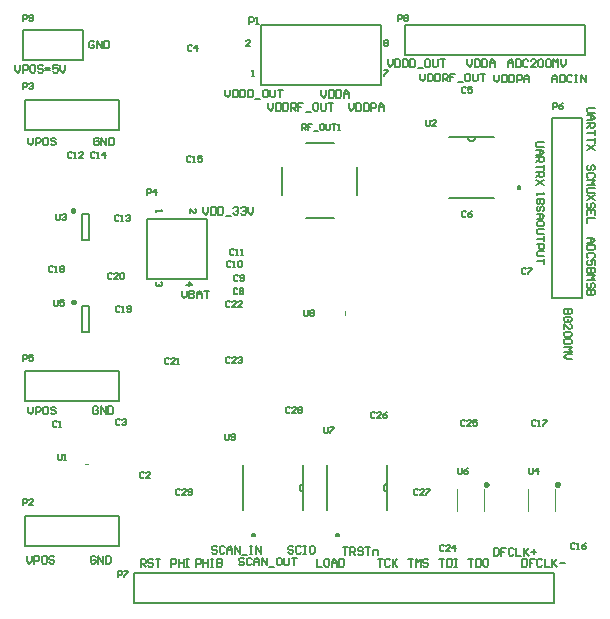
<source format=gto>
%FSDAX24Y24*%
%MOIN*%
%SFA1B1*%

%IPPOS*%
%ADD10C,0.000000*%
%ADD11C,0.009800*%
%ADD12C,0.006000*%
%ADD13C,0.010000*%
%ADD14C,0.007900*%
%ADD15C,0.001000*%
%ADD16C,0.003900*%
%ADD17C,0.005000*%
%LNee194_yesdig_pcb-1*%
%LPD*%
G54D10*
X029385Y024929D02*
D01*
X029392Y024925*
X029401Y024923*
X029409Y024921*
X029417Y024919*
X029426Y024918*
X029434Y024918*
X029443Y024918*
X029451Y024919*
X029460Y024921*
X029468Y024923*
X029476Y024925*
X029484Y024928*
X029485Y024929*
G54D11*
X029033Y033369D02*
D01*
X029032Y033372*
X029032Y033375*
X029031Y033379*
X029031Y033382*
X029030Y033385*
X029028Y033388*
X029027Y033392*
X029025Y033394*
X029023Y033397*
X029021Y033400*
X029019Y033403*
X029016Y033405*
X029014Y033407*
X029011Y033409*
X029008Y033411*
X029005Y033413*
X029002Y033414*
X028999Y033415*
X028995Y033416*
X028992Y033417*
X028989Y033417*
X028985Y033417*
X028982*
X028978Y033417*
X028975Y033417*
X028972Y033416*
X028968Y033415*
X028965Y033414*
X028962Y033413*
X028959Y033411*
X028956Y033409*
X028953Y033407*
X028951Y033405*
X028948Y033403*
X028946Y033400*
X028944Y033397*
X028942Y033394*
X028940Y033392*
X028939Y033388*
X028937Y033385*
X028936Y033382*
X028936Y033379*
X028935Y033375*
X028935Y033372*
X028935Y033369*
X028935Y033365*
X028935Y033362*
X028936Y033358*
X028936Y033355*
X028937Y033352*
X028939Y033349*
X028940Y033345*
X028942Y033343*
X028944Y033340*
X028946Y033337*
X028948Y033334*
X028951Y033332*
X028953Y033330*
X028956Y033328*
X028959Y033326*
X028962Y033324*
X028965Y033323*
X028968Y033322*
X028972Y033321*
X028975Y033320*
X028978Y033320*
X028982Y033320*
X028985*
X028989Y033320*
X028992Y033320*
X028995Y033321*
X028999Y033322*
X029002Y033323*
X029005Y033324*
X029008Y033326*
X029011Y033328*
X029014Y033330*
X029016Y033332*
X029019Y033334*
X029021Y033337*
X029023Y033340*
X029025Y033343*
X029027Y033345*
X029028Y033349*
X029030Y033352*
X029031Y033355*
X029031Y033358*
X029032Y033362*
X029032Y033365*
X029033Y033369*
X029052Y030322D02*
D01*
X029051Y030325*
X029051Y030328*
X029050Y030332*
X029050Y030335*
X029049Y030338*
X029047Y030341*
X029046Y030345*
X029044Y030347*
X029042Y030350*
X029040Y030353*
X029038Y030356*
X029035Y030358*
X029033Y030360*
X029030Y030362*
X029027Y030364*
X029024Y030366*
X029021Y030367*
X029018Y030368*
X029014Y030369*
X029011Y030370*
X029008Y030370*
X029004Y030370*
X029001*
X028997Y030370*
X028994Y030370*
X028991Y030369*
X028987Y030368*
X028984Y030367*
X028981Y030366*
X028978Y030364*
X028975Y030362*
X028972Y030360*
X028970Y030358*
X028967Y030356*
X028965Y030353*
X028963Y030350*
X028961Y030347*
X028959Y030345*
X028958Y030341*
X028956Y030338*
X028955Y030335*
X028955Y030332*
X028954Y030328*
X028954Y030325*
X028954Y030322*
X028954Y030318*
X028954Y030315*
X028955Y030311*
X028955Y030308*
X028956Y030305*
X028958Y030302*
X028959Y030298*
X028961Y030296*
X028963Y030293*
X028965Y030290*
X028967Y030287*
X028970Y030285*
X028972Y030283*
X028975Y030281*
X028978Y030279*
X028981Y030277*
X028984Y030276*
X028987Y030275*
X028991Y030274*
X028994Y030273*
X028997Y030273*
X029001Y030273*
X029004*
X029008Y030273*
X029011Y030273*
X029014Y030274*
X029018Y030275*
X029021Y030276*
X029024Y030277*
X029027Y030279*
X029030Y030281*
X029033Y030283*
X029035Y030285*
X029038Y030287*
X029040Y030290*
X029042Y030293*
X029044Y030296*
X029046Y030298*
X029047Y030302*
X029049Y030305*
X029050Y030308*
X029050Y030311*
X029051Y030315*
X029051Y030318*
X029052Y030322*
G54D12*
X042149Y035808D02*
D01*
X042149Y035799*
X042150Y035791*
X042151Y035783*
X042153Y035774*
X042156Y035766*
X042159Y035759*
X042163Y035751*
X042167Y035744*
X042171Y035737*
X042177Y035730*
X042182Y035724*
X042188Y035718*
X042195Y035713*
X042201Y035708*
X042209Y035704*
X042216Y035700*
X042224Y035696*
X042231Y035693*
X042239Y035691*
X042248Y035689*
X042256Y035688*
X042264Y035688*
X042273*
X042281Y035688*
X042289Y035689*
X042298Y035691*
X042306Y035693*
X042313Y035696*
X042321Y035700*
X042329Y035704*
X042336Y035708*
X042342Y035713*
X042349Y035718*
X042355Y035724*
X042360Y035730*
X042366Y035737*
X042370Y035744*
X042374Y035751*
X042378Y035759*
X042381Y035766*
X042384Y035774*
X042386Y035783*
X042387Y035791*
X042388Y035799*
X042389Y035808*
X036659Y024254D02*
D01*
X036650Y024253*
X036642Y024252*
X036634Y024251*
X036625Y024249*
X036617Y024246*
X036610Y024243*
X036602Y024239*
X036595Y024235*
X036588Y024231*
X036581Y024225*
X036575Y024220*
X036569Y024214*
X036564Y024207*
X036559Y024201*
X036555Y024194*
X036551Y024186*
X036547Y024178*
X036544Y024171*
X036542Y024163*
X036540Y024154*
X036539Y024146*
X036539Y024138*
Y024129*
X036539Y024121*
X036540Y024113*
X036542Y024104*
X036544Y024096*
X036547Y024089*
X036551Y024081*
X036555Y024074*
X036559Y024066*
X036564Y024060*
X036569Y024053*
X036575Y024047*
X036581Y024042*
X036588Y024036*
X036595Y024032*
X036602Y024028*
X036610Y024024*
X036617Y024021*
X036625Y024018*
X036634Y024016*
X036642Y024015*
X036650Y024014*
X036659Y024014*
X039454Y024254D02*
D01*
X039445Y024253*
X039437Y024252*
X039429Y024251*
X039420Y024249*
X039412Y024246*
X039405Y024243*
X039397Y024239*
X039390Y024235*
X039383Y024231*
X039376Y024225*
X039370Y024220*
X039364Y024214*
X039359Y024207*
X039354Y024201*
X039350Y024194*
X039346Y024186*
X039342Y024178*
X039339Y024171*
X039337Y024163*
X039335Y024154*
X039334Y024146*
X039334Y024138*
Y024129*
X039334Y024121*
X039335Y024113*
X039337Y024104*
X039339Y024096*
X039342Y024089*
X039346Y024081*
X039350Y024074*
X039354Y024066*
X039359Y024060*
X039364Y024053*
X039370Y024047*
X039376Y024042*
X039383Y024036*
X039390Y024032*
X039397Y024028*
X039405Y024024*
X039412Y024021*
X039420Y024018*
X039429Y024016*
X039437Y024015*
X039445Y024014*
X039454Y024014*
X041528Y033798D02*
X043011D01*
X041528Y035808D02*
X043011D01*
X034649Y023392D02*
Y024875D01*
X036659Y023392D02*
Y024875D01*
X039454Y023392D02*
Y024875D01*
X037444Y023392D02*
Y024875D01*
G54D13*
X042802Y024242D02*
D01*
X042801Y024245*
X042801Y024248*
X042800Y024252*
X042800Y024255*
X042798Y024259*
X042797Y024262*
X042796Y024265*
X042794Y024268*
X042792Y024271*
X042790Y024274*
X042787Y024276*
X042785Y024279*
X042782Y024281*
X042779Y024283*
X042777Y024285*
X042773Y024286*
X042770Y024288*
X042767Y024289*
X042764Y024290*
X042760Y024291*
X042757Y024291*
X042753Y024291*
X042750*
X042746Y024291*
X042743Y024291*
X042739Y024290*
X042736Y024289*
X042733Y024288*
X042730Y024286*
X042727Y024285*
X042724Y024283*
X042721Y024281*
X042718Y024279*
X042716Y024276*
X042713Y024274*
X042711Y024271*
X042709Y024268*
X042707Y024265*
X042706Y024262*
X042705Y024259*
X042703Y024255*
X042703Y024252*
X042702Y024248*
X042702Y024245*
X042702Y024242*
X042702Y024238*
X042702Y024235*
X042703Y024231*
X042703Y024228*
X042705Y024224*
X042706Y024221*
X042707Y024218*
X042709Y024215*
X042711Y024212*
X042713Y024209*
X042716Y024207*
X042718Y024204*
X042721Y024202*
X042724Y024200*
X042727Y024198*
X042730Y024197*
X042733Y024195*
X042736Y024194*
X042739Y024193*
X042743Y024192*
X042746Y024192*
X042750Y024192*
X042753*
X042757Y024192*
X042760Y024192*
X042764Y024193*
X042767Y024194*
X042770Y024195*
X042773Y024197*
X042777Y024198*
X042779Y024200*
X042782Y024202*
X042785Y024204*
X042787Y024207*
X042790Y024209*
X042792Y024212*
X042794Y024215*
X042796Y024218*
X042797Y024221*
X042798Y024224*
X042800Y024228*
X042800Y024231*
X042801Y024235*
X042801Y024238*
X042802Y024242*
X045184D02*
D01*
X045183Y024245*
X045183Y024248*
X045182Y024252*
X045182Y024255*
X045180Y024259*
X045179Y024262*
X045178Y024265*
X045176Y024268*
X045174Y024271*
X045172Y024274*
X045169Y024276*
X045167Y024279*
X045164Y024281*
X045161Y024283*
X045159Y024285*
X045155Y024286*
X045152Y024288*
X045149Y024289*
X045146Y024290*
X045142Y024291*
X045139Y024291*
X045135Y024291*
X045132*
X045128Y024291*
X045125Y024291*
X045121Y024290*
X045118Y024289*
X045115Y024288*
X045112Y024286*
X045109Y024285*
X045106Y024283*
X045103Y024281*
X045100Y024279*
X045098Y024276*
X045095Y024274*
X045093Y024271*
X045091Y024268*
X045089Y024265*
X045088Y024262*
X045087Y024259*
X045085Y024255*
X045085Y024252*
X045084Y024248*
X045084Y024245*
X045084Y024242*
X045084Y024238*
X045084Y024235*
X045085Y024231*
X045085Y024228*
X045087Y024224*
X045088Y024221*
X045089Y024218*
X045091Y024215*
X045093Y024212*
X045095Y024209*
X045098Y024207*
X045100Y024204*
X045103Y024202*
X045106Y024200*
X045109Y024198*
X045112Y024197*
X045115Y024195*
X045118Y024194*
X045121Y024193*
X045125Y024192*
X045128Y024192*
X045132Y024192*
X045135*
X045139Y024192*
X045142Y024192*
X045146Y024193*
X045149Y024194*
X045152Y024195*
X045155Y024197*
X045159Y024198*
X045161Y024200*
X045164Y024202*
X045167Y024204*
X045169Y024207*
X045172Y024209*
X045174Y024212*
X045176Y024215*
X045178Y024218*
X045179Y024221*
X045180Y024224*
X045182Y024228*
X045182Y024231*
X045183Y024235*
X045183Y024238*
X045184Y024242*
G54D14*
X029506Y032385D02*
Y033251D01*
X029269Y032385D02*
Y033251D01*
Y032385D02*
X029506D01*
X029269Y033251D02*
X029506D01*
X029525Y029337D02*
Y030204D01*
X029289Y029337D02*
Y030204D01*
Y029337D02*
X029525D01*
X029289Y030204D02*
X029525D01*
X031006Y020287D02*
Y021287D01*
X045006*
Y020287D02*
Y021287D01*
X044256Y020287D02*
X045006D01*
X031006D02*
X044256D01*
X036742Y035616D02*
X037672D01*
X035957Y033901D02*
Y034831D01*
X036742Y033116D02*
X037672D01*
X038457Y033901D02*
Y034831D01*
X040053Y038555D02*
X046053D01*
X040053Y039555D02*
X046053D01*
X040053Y038555D02*
Y039555D01*
X046053Y038555D02*
Y039555D01*
X039257Y037555D02*
Y039555D01*
X035257Y037555D02*
Y039555D01*
X039257*
X035257Y037555D02*
X039257D01*
X033449Y031098D02*
Y033098D01*
X031449D02*
X033449D01*
X031449Y031098D02*
X033449D01*
X031449D02*
Y033098D01*
X044957Y030453D02*
X045957D01*
X044957Y036453D02*
X045957D01*
Y030453D02*
Y036453D01*
X044957Y030453D02*
Y036453D01*
X030521Y027020D02*
Y028020D01*
X027372Y027020D02*
X030521D01*
X027372D02*
Y028020D01*
X030521*
Y022200D02*
Y023200D01*
X027372Y022200D02*
X030521D01*
X027372D02*
Y023200D01*
X030521*
Y036071D02*
Y037071D01*
X027372Y036071D02*
X030521D01*
X027372D02*
Y037071D01*
X030521*
X029313Y038398D02*
Y039398D01*
X027313Y038398D02*
X029313D01*
X027313D02*
Y039398D01*
X029313*
G54D15*
X038067Y029893D02*
Y030013D01*
G54D16*
X042683Y023346D02*
Y024075D01*
X041777Y023346D02*
Y024075D01*
X045065Y023346D02*
Y024075D01*
X044159Y023346D02*
Y024075D01*
G54D17*
X027060Y038221D02*
Y038054D01*
X027143Y037971*
X027227Y038054*
Y038221*
X027310Y037971D02*
Y038221D01*
X027435*
X027477Y038179*
Y038096*
X027435Y038054*
X027310*
X027685Y038221D02*
X027601D01*
X027560Y038179*
Y038013*
X027601Y037971*
X027685*
X027726Y038013*
Y038179*
X027685Y038221*
X027976Y038179D02*
X027935Y038221D01*
X027851*
X027810Y038179*
Y038138*
X027851Y038096*
X027935*
X027976Y038054*
Y038013*
X027935Y037971*
X027851*
X027810Y038013*
X028060Y038054D02*
X028226D01*
X028060Y038138D02*
X028226D01*
X028476Y038221D02*
X028310D01*
Y038096*
X028393Y038138*
X028435*
X028476Y038096*
Y038013*
X028435Y037971*
X028351*
X028310Y038013*
X028560Y038221D02*
Y038054D01*
X028643Y037971*
X028726Y038054*
Y038221*
X033329Y033481D02*
Y033314D01*
X033412Y033231*
X033496Y033314*
Y033481*
X033579D02*
Y033231D01*
X033704*
X033746Y033273*
Y033439*
X033704Y033481*
X033579*
X033829D02*
Y033231D01*
X033954*
X033995Y033273*
Y033439*
X033954Y033481*
X033829*
X034079Y033189D02*
X034245D01*
X034329Y033439D02*
X034370Y033481D01*
X034454*
X034495Y033439*
Y033398*
X034454Y033356*
X034412*
X034454*
X034495Y033314*
Y033273*
X034454Y033231*
X034370*
X034329Y033273*
X034579Y033439D02*
X034620Y033481D01*
X034704*
X034745Y033439*
Y033398*
X034704Y033356*
X034662*
X034704*
X034745Y033314*
Y033273*
X034704Y033231*
X034620*
X034579Y033273*
X034829Y033481D02*
Y033314D01*
X034912Y033231*
X034995Y033314*
Y033481*
X032614Y030703D02*
Y030536D01*
X032697Y030453*
X032781Y030536*
Y030703*
X032864D02*
Y030453D01*
X032989*
X033031Y030495*
Y030536*
X032989Y030578*
X032864*
X032989*
X033031Y030620*
Y030661*
X032989Y030703*
X032864*
X033114Y030453D02*
Y030620D01*
X033197Y030703*
X033280Y030620*
Y030453*
Y030578*
X033114*
X033364Y030703D02*
X033530D01*
X033447*
Y030453*
X029741Y021813D02*
X029699Y021855D01*
X029616*
X029574Y021813*
Y021647*
X029616Y021605*
X029699*
X029741Y021647*
Y021730*
X029657*
X029824Y021605D02*
Y021855D01*
X029991Y021605*
Y021855*
X030074D02*
Y021605D01*
X030199*
X030240Y021647*
Y021813*
X030199Y021855*
X030074*
X029823Y026801D02*
X029781Y026843D01*
X029698*
X029656Y026801*
Y026635*
X029698Y026593*
X029781*
X029823Y026635*
Y026718*
X029739*
X029906Y026593D02*
Y026843D01*
X030073Y026593*
Y026843*
X030156D02*
Y026593D01*
X030281*
X030322Y026635*
Y026801*
X030281Y026843*
X030156*
X029849Y035762D02*
X029807Y035804D01*
X029724*
X029682Y035762*
Y035596*
X029724Y035554*
X029807*
X029849Y035596*
Y035679*
X029765*
X029932Y035554D02*
Y035804D01*
X030099Y035554*
Y035804*
X030182D02*
Y035554D01*
X030307*
X030348Y035596*
Y035762*
X030307Y035804*
X030182*
X027444Y021855D02*
Y021688D01*
X027527Y021605*
X027611Y021688*
Y021855*
X027694Y021605D02*
Y021855D01*
X027819*
X027861Y021813*
Y021730*
X027819Y021688*
X027694*
X028069Y021855D02*
X027985D01*
X027944Y021813*
Y021647*
X027985Y021605*
X028069*
X028110Y021647*
Y021813*
X028069Y021855*
X028360Y021813D02*
X028319Y021855D01*
X028235*
X028194Y021813*
Y021772*
X028235Y021730*
X028319*
X028360Y021688*
Y021647*
X028319Y021605*
X028235*
X028194Y021647*
X027485Y026831D02*
Y026664D01*
X027568Y026581*
X027652Y026664*
Y026831*
X027735Y026581D02*
Y026831D01*
X027860*
X027902Y026789*
Y026706*
X027860Y026664*
X027735*
X028110Y026831D02*
X028026D01*
X027985Y026789*
Y026623*
X028026Y026581*
X028110*
X028151Y026623*
Y026789*
X028110Y026831*
X028401Y026789D02*
X028360Y026831D01*
X028276*
X028235Y026789*
Y026748*
X028276Y026706*
X028360*
X028401Y026664*
Y026623*
X028360Y026581*
X028276*
X028235Y026623*
X027488Y035804D02*
Y035637D01*
X027571Y035554*
X027655Y035637*
Y035804*
X027738Y035554D02*
Y035804D01*
X027863*
X027905Y035762*
Y035679*
X027863Y035637*
X027738*
X028113Y035804D02*
X028029D01*
X027988Y035762*
Y035596*
X028029Y035554*
X028113*
X028154Y035596*
Y035762*
X028113Y035804*
X028404Y035762D02*
X028363Y035804D01*
X028279*
X028238Y035762*
Y035721*
X028279Y035679*
X028363*
X028404Y035637*
Y035596*
X028363Y035554*
X028279*
X028238Y035596*
X043959Y021750D02*
Y021500D01*
X044084*
X044126Y021542*
Y021709*
X044084Y021750*
X043959*
X044376D02*
X044209D01*
Y021625*
X044292*
X044209*
Y021500*
X044625Y021709D02*
X044584Y021750D01*
X044500*
X044459Y021709*
Y021542*
X044500Y021500*
X044584*
X044625Y021542*
X044709Y021750D02*
Y021500D01*
X044875*
X044959Y021750D02*
Y021500D01*
Y021584*
X045125Y021750*
X045000Y021625*
X045125Y021500*
X045209Y021625D02*
X045375D01*
X043008Y022122D02*
Y021872D01*
X043133*
X043175Y021914*
Y022080*
X043133Y022122*
X043008*
X043425D02*
X043258D01*
Y021997*
X043341*
X043258*
Y021872*
X043674Y022080D02*
X043633Y022122D01*
X043549*
X043508Y022080*
Y021914*
X043549Y021872*
X043633*
X043674Y021914*
X043758Y022122D02*
Y021872D01*
X043924*
X044008Y022122D02*
Y021872D01*
Y021955*
X044174Y022122*
X044049Y021997*
X044174Y021872*
X044258Y021997D02*
X044424D01*
X044341Y022080D02*
Y021914D01*
X042165Y021750D02*
X042332D01*
X042248*
Y021500*
X042415Y021750D02*
Y021500D01*
X042540*
X042582Y021542*
Y021709*
X042540Y021750*
X042415*
X042790D02*
X042706D01*
X042665Y021709*
Y021542*
X042706Y021500*
X042790*
X042831Y021542*
Y021709*
X042790Y021750*
X041197D02*
X041364D01*
X041280*
Y021500*
X041447Y021750D02*
Y021500D01*
X041572*
X041614Y021542*
Y021709*
X041572Y021750*
X041447*
X041697D02*
X041780D01*
X041738*
Y021500*
X041697*
X041780*
X040156Y021750D02*
X040323D01*
X040239*
Y021500*
X040406D02*
Y021750D01*
X040489Y021667*
X040573Y021750*
Y021500*
X040822Y021709D02*
X040781Y021750D01*
X040697*
X040656Y021709*
Y021667*
X040697Y021625*
X040781*
X040822Y021584*
Y021542*
X040781Y021500*
X040697*
X040656Y021542*
X039134Y021750D02*
X039301D01*
X039217*
Y021500*
X039551Y021709D02*
X039509Y021750D01*
X039426*
X039384Y021709*
Y021542*
X039426Y021500*
X039509*
X039551Y021542*
X039634Y021750D02*
Y021500D01*
Y021584*
X039800Y021750*
X039675Y021625*
X039800Y021500*
X037983Y022146D02*
X038150D01*
X038066*
Y021896*
X038233D02*
Y022146D01*
X038358*
X038400Y022104*
Y022021*
X038358Y021979*
X038233*
X038316D02*
X038400Y021896D01*
X038649Y022104D02*
X038608Y022146D01*
X038524*
X038483Y022104*
Y022063*
X038524Y022021*
X038608*
X038649Y021979*
Y021938*
X038608Y021896*
X038524*
X038483Y021938*
X038733Y022146D02*
X038899D01*
X038816*
Y021896*
X038983D02*
Y022063D01*
X039108*
X039149Y022021*
Y021896*
X037110Y021750D02*
Y021500D01*
X037277*
X037485Y021750D02*
X037402D01*
X037360Y021709*
Y021542*
X037402Y021500*
X037485*
X037527Y021542*
Y021709*
X037485Y021750*
X037610Y021500D02*
Y021667D01*
X037693Y021750*
X037776Y021667*
Y021500*
Y021625*
X037610*
X037860Y021750D02*
Y021500D01*
X037985*
X038026Y021542*
Y021709*
X037985Y021750*
X037860*
X036331Y022141D02*
X036289Y022183D01*
X036206*
X036164Y022141*
Y022100*
X036206Y022058*
X036289*
X036331Y022016*
Y021975*
X036289Y021933*
X036206*
X036164Y021975*
X036581Y022141D02*
X036539Y022183D01*
X036456*
X036414Y022141*
Y021975*
X036456Y021933*
X036539*
X036581Y021975*
X036664Y022183D02*
X036747D01*
X036705*
Y021933*
X036664*
X036747*
X036997Y022183D02*
X036914D01*
X036872Y022141*
Y021975*
X036914Y021933*
X036997*
X037039Y021975*
Y022141*
X036997Y022183*
X034686Y021750D02*
X034644Y021792D01*
X034561*
X034519Y021750*
Y021709*
X034561Y021667*
X034644*
X034686Y021625*
Y021584*
X034644Y021542*
X034561*
X034519Y021584*
X034936Y021750D02*
X034894Y021792D01*
X034811*
X034769Y021750*
Y021584*
X034811Y021542*
X034894*
X034936Y021584*
X035019Y021542D02*
Y021709D01*
X035102Y021792*
X035185Y021709*
Y021542*
Y021667*
X035019*
X035269Y021542D02*
Y021792D01*
X035435Y021542*
Y021792*
X035519Y021500D02*
X035685D01*
X035894Y021792D02*
X035810D01*
X035769Y021750*
Y021584*
X035810Y021542*
X035894*
X035935Y021584*
Y021750*
X035894Y021792*
X036019D02*
Y021584D01*
X036060Y021542*
X036143*
X036185Y021584*
Y021792*
X036268D02*
X036435D01*
X036352*
Y021542*
X033787Y022139D02*
X033745Y022181D01*
X033662*
X033620Y022139*
Y022098*
X033662Y022056*
X033745*
X033787Y022014*
Y021973*
X033745Y021931*
X033662*
X033620Y021973*
X034037Y022139D02*
X033995Y022181D01*
X033912*
X033870Y022139*
Y021973*
X033912Y021931*
X033995*
X034037Y021973*
X034120Y021931D02*
Y022098D01*
X034203Y022181*
X034286Y022098*
Y021931*
Y022056*
X034120*
X034370Y021931D02*
Y022181D01*
X034536Y021931*
Y022181*
X034620Y021889D02*
X034786D01*
X034870Y022181D02*
X034953D01*
X034911*
Y021931*
X034870*
X034953*
X035078D02*
Y022181D01*
X035244Y021931*
Y022181*
X033077Y021500D02*
Y021750D01*
X033202*
X033244Y021709*
Y021625*
X033202Y021584*
X033077*
X033327Y021750D02*
Y021500D01*
Y021625*
X033494*
Y021750*
Y021500*
X033577Y021750D02*
X033660D01*
X033618*
Y021500*
X033577*
X033660*
X033785Y021750D02*
Y021500D01*
X033910*
X033952Y021542*
Y021584*
X033910Y021625*
X033785*
X033910*
X033952Y021667*
Y021709*
X033910Y021750*
X033785*
X032251Y021500D02*
Y021750D01*
X032376*
X032418Y021709*
Y021625*
X032376Y021584*
X032251*
X032501Y021750D02*
Y021500D01*
Y021625*
X032668*
Y021750*
Y021500*
X032751Y021750D02*
X032834D01*
X032792*
Y021500*
X032751*
X032834*
X031234D02*
Y021750D01*
X031359*
X031401Y021709*
Y021625*
X031359Y021584*
X031234*
X031317D02*
X031401Y021500D01*
X031651Y021709D02*
X031609Y021750D01*
X031526*
X031484Y021709*
Y021667*
X031526Y021625*
X031609*
X031651Y021584*
Y021542*
X031609Y021500*
X031526*
X031484Y021542*
X031734Y021750D02*
X031900D01*
X031817*
Y021500*
X029694Y038987D02*
X029652Y039029D01*
X029569*
X029527Y038987*
Y038821*
X029569Y038779*
X029652*
X029694Y038821*
Y038904*
X029610*
X029777Y038779D02*
Y039029D01*
X029944Y038779*
Y039029*
X030027D02*
Y038779D01*
X030152*
X030193Y038821*
Y038987*
X030152Y039029*
X030027*
X045606Y030085D02*
X045356D01*
Y029960*
X045398Y029918*
X045439*
X045481Y029960*
Y030085*
Y029960*
X045523Y029918*
X045564*
X045606Y029960*
Y030085*
X045564Y029668D02*
X045606Y029710D01*
Y029793*
X045564Y029835*
X045398*
X045356Y029793*
Y029710*
X045398Y029668*
X045481*
Y029752*
X045356Y029419D02*
Y029585D01*
X045523Y029419*
X045564*
X045606Y029460*
Y029544*
X045564Y029585*
Y029335D02*
X045606Y029294D01*
Y029210*
X045564Y029169*
X045398*
X045356Y029210*
Y029294*
X045398Y029335*
X045564*
Y029085D02*
X045606Y029044D01*
Y028960*
X045564Y028919*
X045398*
X045356Y028960*
Y029044*
X045398Y029085*
X045564*
X045356Y028835D02*
X045606D01*
X045523Y028752*
X045606Y028669*
X045356*
X045606Y028585D02*
X045439D01*
X045356Y028502*
X045439Y028419*
X045606*
X046124Y032457D02*
X046291D01*
X046374Y032374*
X046291Y032290*
X046124*
X046249*
Y032457*
X046374Y032207D02*
X046124D01*
Y032082*
X046166Y032040*
X046332*
X046374Y032082*
Y032207*
X046332Y031791D02*
X046374Y031832D01*
Y031916*
X046332Y031957*
X046166*
X046124Y031916*
Y031832*
X046166Y031791*
X046374Y031541D02*
Y031707D01*
X046249*
X046291Y031624*
Y031582*
X046249Y031541*
X046166*
X046124Y031582*
Y031666*
X046166Y031707*
X046374Y031457D02*
X046124D01*
Y031332*
X046166Y031291*
X046207*
X046249Y031332*
Y031457*
Y031332*
X046291Y031291*
X046332*
X046374Y031332*
Y031457*
X046124Y031207D02*
X046374D01*
X046291Y031124*
X046374Y031041*
X046124*
X046332Y030791D02*
X046374Y030833D01*
Y030916*
X046332Y030957*
X046291*
X046249Y030916*
Y030833*
X046207Y030791*
X046166*
X046124Y030833*
Y030916*
X046166Y030957*
X046374Y030708D02*
X046124D01*
Y030583*
X046166Y030541*
X046207*
X046249Y030583*
Y030708*
Y030583*
X046291Y030541*
X046332*
X046374Y030583*
Y030708*
X044437Y033970D02*
Y033887D01*
Y033928*
X044687*
X044645Y033970*
X044687Y033762D02*
X044437D01*
Y033637*
X044479Y033595*
X044520*
X044562Y033637*
Y033762*
Y033637*
X044604Y033595*
X044645*
X044687Y033637*
Y033762*
X044645Y033345D02*
X044687Y033387D01*
Y033470*
X044645Y033512*
X044604*
X044562Y033470*
Y033387*
X044520Y033345*
X044479*
X044437Y033387*
Y033470*
X044479Y033512*
X044437Y033262D02*
X044604D01*
X044687Y033179*
X044604Y033095*
X044437*
X044562*
Y033262*
X044687Y032887D02*
Y032970D01*
X044645Y033012*
X044479*
X044437Y032970*
Y032887*
X044479Y032845*
X044645*
X044687Y032887*
Y032762D02*
X044479D01*
X044437Y032720*
Y032637*
X044479Y032595*
X044687*
Y032512D02*
Y032346D01*
Y032429*
X044437*
Y032262D02*
X044687D01*
Y032137*
X044645Y032096*
X044562*
X044520Y032137*
Y032262*
X044687Y032012D02*
X044479D01*
X044437Y031971*
Y031887*
X044479Y031846*
X044687*
Y031762D02*
Y031596D01*
Y031679*
X044437*
X046326Y034708D02*
X046368Y034750D01*
Y034833*
X046326Y034875*
X046285*
X046243Y034833*
Y034750*
X046201Y034708*
X046160*
X046118Y034750*
Y034833*
X046160Y034875*
X046326Y034458D02*
X046368Y034500D01*
Y034583*
X046326Y034625*
X046160*
X046118Y034583*
Y034500*
X046160Y034458*
X046118Y034375D02*
X046368D01*
X046285Y034292*
X046368Y034209*
X046118*
X046368Y034125D02*
X046160D01*
X046118Y034084*
Y034000*
X046160Y033959*
X046368*
Y033875D02*
X046118Y033709D01*
X046368D02*
X046118Y033875D01*
X046326Y033459D02*
X046368Y033500D01*
Y033584*
X046326Y033625*
X046285*
X046243Y033584*
Y033500*
X046201Y033459*
X046160*
X046118Y033500*
Y033584*
X046160Y033625*
X046368Y033209D02*
Y033375D01*
X046118*
Y033209*
X046243Y033375D02*
Y033292D01*
X046368Y033126D02*
X046118D01*
Y032959*
X044675Y035651D02*
X044467D01*
X044425Y035609*
Y035526*
X044467Y035484*
X044675*
X044425Y035401D02*
X044592D01*
X044675Y035318*
X044592Y035234*
X044425*
X044550*
Y035401*
X044425Y035151D02*
X044675D01*
Y035026*
X044633Y034985*
X044550*
X044508Y035026*
Y035151*
Y035068D02*
X044425Y034985D01*
X044675Y034901D02*
Y034735D01*
Y034818*
X044425*
Y034651D02*
X044675D01*
Y034526*
X044633Y034485*
X044550*
X044508Y034526*
Y034651*
Y034568D02*
X044425Y034485D01*
X044675Y034401D02*
X044425Y034235D01*
X044675D02*
X044425Y034401D01*
X046368Y036798D02*
X046160D01*
X046118Y036756*
Y036673*
X046160Y036631*
X046368*
X046118Y036548D02*
X046285D01*
X046368Y036465*
X046285Y036381*
X046118*
X046243*
Y036548*
X046118Y036298D02*
X046368D01*
Y036173*
X046326Y036132*
X046243*
X046201Y036173*
Y036298*
Y036215D02*
X046118Y036132D01*
X046368Y036048D02*
Y035882D01*
Y035965*
X046118*
X046368Y035798D02*
Y035632D01*
Y035715*
X046118*
X046368Y035548D02*
X046118Y035382D01*
X046368D02*
X046118Y035548D01*
X044965Y037639D02*
Y037806D01*
X045048Y037889*
X045132Y037806*
Y037639*
Y037764*
X044965*
X045215Y037889D02*
Y037639D01*
X045340*
X045382Y037681*
Y037848*
X045340Y037889*
X045215*
X045631Y037848D02*
X045590Y037889D01*
X045506*
X045465Y037848*
Y037681*
X045506Y037639*
X045590*
X045631Y037681*
X045715Y037889D02*
X045798D01*
X045756*
Y037639*
X045715*
X045798*
X045923D02*
Y037889D01*
X046090Y037639*
Y037889*
X043500Y038156D02*
Y038323D01*
X043583Y038406*
X043667Y038323*
Y038156*
Y038281*
X043500*
X043750Y038406D02*
Y038156D01*
X043875*
X043917Y038198*
Y038364*
X043875Y038406*
X043750*
X044166Y038364D02*
X044125Y038406D01*
X044041*
X044000Y038364*
Y038198*
X044041Y038156*
X044125*
X044166Y038198*
X044416Y038156D02*
X044250D01*
X044416Y038323*
Y038364*
X044375Y038406*
X044291*
X044250Y038364*
X044500D02*
X044541Y038406D01*
X044625*
X044666Y038364*
Y038198*
X044625Y038156*
X044541*
X044500Y038198*
Y038364*
X044750D02*
X044791Y038406D01*
X044875*
X044916Y038364*
Y038198*
X044875Y038156*
X044791*
X044750Y038198*
Y038364*
X045000Y038156D02*
Y038406D01*
X045083Y038323*
X045166Y038406*
Y038156*
X045249Y038406D02*
Y038239D01*
X045333Y038156*
X045416Y038239*
Y038406*
X043033Y037889D02*
Y037723D01*
X043116Y037639*
X043200Y037723*
Y037889*
X043283D02*
Y037639D01*
X043408*
X043450Y037681*
Y037848*
X043408Y037889*
X043283*
X043533D02*
Y037639D01*
X043658*
X043699Y037681*
Y037848*
X043658Y037889*
X043533*
X043783Y037639D02*
Y037889D01*
X043908*
X043949Y037848*
Y037764*
X043908Y037723*
X043783*
X044033Y037639D02*
Y037806D01*
X044116Y037889*
X044199Y037806*
Y037639*
Y037764*
X044033*
X038183Y036942D02*
Y036775D01*
X038266Y036692*
X038350Y036775*
Y036942*
X038433D02*
Y036692D01*
X038558*
X038600Y036734*
Y036900*
X038558Y036942*
X038433*
X038683D02*
Y036692D01*
X038808*
X038849Y036734*
Y036900*
X038808Y036942*
X038683*
X038933Y036692D02*
Y036942D01*
X039058*
X039099Y036900*
Y036817*
X039058Y036775*
X038933*
X039183Y036692D02*
Y036859D01*
X039266Y036942*
X039349Y036859*
Y036692*
Y036817*
X039183*
X037263Y037381D02*
Y037214D01*
X037346Y037131*
X037430Y037214*
Y037381*
X037513D02*
Y037131D01*
X037638*
X037680Y037173*
Y037339*
X037638Y037381*
X037513*
X037763D02*
Y037131D01*
X037888*
X037929Y037173*
Y037339*
X037888Y037381*
X037763*
X038013Y037131D02*
Y037298D01*
X038096Y037381*
X038179Y037298*
Y037131*
Y037256*
X038013*
X042124Y038406D02*
Y038239D01*
X042207Y038156*
X042291Y038239*
Y038406*
X042374D02*
Y038156D01*
X042499*
X042541Y038198*
Y038364*
X042499Y038406*
X042374*
X042624D02*
Y038156D01*
X042749*
X042790Y038198*
Y038364*
X042749Y038406*
X042624*
X042874Y038156D02*
Y038323D01*
X042957Y038406*
X043040Y038323*
Y038156*
Y038281*
X042874*
X040556Y037931D02*
Y037764D01*
X040639Y037681*
X040723Y037764*
Y037931*
X040806D02*
Y037681D01*
X040931*
X040973Y037723*
Y037889*
X040931Y037931*
X040806*
X041056D02*
Y037681D01*
X041181*
X041222Y037723*
Y037889*
X041181Y037931*
X041056*
X041306Y037681D02*
Y037931D01*
X041431*
X041472Y037889*
Y037806*
X041431Y037764*
X041306*
X041389D02*
X041472Y037681D01*
X041722Y037931D02*
X041556D01*
Y037806*
X041639*
X041556*
Y037681*
X041806Y037639D02*
X041972D01*
X042180Y037931D02*
X042097D01*
X042056Y037889*
Y037723*
X042097Y037681*
X042180*
X042222Y037723*
Y037889*
X042180Y037931*
X042305D02*
Y037723D01*
X042347Y037681*
X042430*
X042472Y037723*
Y037931*
X042555D02*
X042722D01*
X042639*
Y037681*
X035496Y036948D02*
Y036781D01*
X035579Y036698*
X035663Y036781*
Y036948*
X035746D02*
Y036698D01*
X035871*
X035913Y036740*
Y036906*
X035871Y036948*
X035746*
X035996D02*
Y036698D01*
X036121*
X036162Y036740*
Y036906*
X036121Y036948*
X035996*
X036246Y036698D02*
Y036948D01*
X036371*
X036412Y036906*
Y036823*
X036371Y036781*
X036246*
X036329D02*
X036412Y036698D01*
X036662Y036948D02*
X036496D01*
Y036823*
X036579*
X036496*
Y036698*
X036746Y036656D02*
X036912D01*
X037120Y036948D02*
X037037D01*
X036996Y036906*
Y036740*
X037037Y036698*
X037120*
X037162Y036740*
Y036906*
X037120Y036948*
X037245D02*
Y036740D01*
X037287Y036698*
X037370*
X037412Y036740*
Y036948*
X037495D02*
X037662D01*
X037579*
Y036698*
X039474Y038406D02*
Y038239D01*
X039557Y038156*
X039641Y038239*
Y038406*
X039724D02*
Y038156D01*
X039849*
X039891Y038198*
Y038364*
X039849Y038406*
X039724*
X039974D02*
Y038156D01*
X040099*
X040140Y038198*
Y038364*
X040099Y038406*
X039974*
X040224D02*
Y038156D01*
X040349*
X040390Y038198*
Y038364*
X040349Y038406*
X040224*
X040474Y038114D02*
X040640D01*
X040849Y038406D02*
X040765D01*
X040724Y038364*
Y038198*
X040765Y038156*
X040849*
X040890Y038198*
Y038364*
X040849Y038406*
X040974D02*
Y038198D01*
X041015Y038156*
X041098*
X041140Y038198*
Y038406*
X041223D02*
X041390D01*
X041307*
Y038156*
X034063Y037393D02*
Y037226D01*
X034146Y037143*
X034230Y037226*
Y037393*
X034313D02*
Y037143D01*
X034438*
X034480Y037185*
Y037351*
X034438Y037393*
X034313*
X034563D02*
Y037143D01*
X034688*
X034729Y037185*
Y037351*
X034688Y037393*
X034563*
X034813D02*
Y037143D01*
X034938*
X034979Y037185*
Y037351*
X034938Y037393*
X034813*
X035063Y037101D02*
X035229D01*
X035438Y037393D02*
X035354D01*
X035313Y037351*
Y037185*
X035354Y037143*
X035438*
X035479Y037185*
Y037351*
X035438Y037393*
X035563D02*
Y037185D01*
X035604Y037143*
X035687*
X035729Y037185*
Y037393*
X035812D02*
X035979D01*
X035896*
Y037143*
X039357Y039022D02*
X039391Y039055D01*
X039457*
X039491Y039022*
Y038988*
X039457Y038955*
X039491Y038922*
Y038888*
X039457Y038855*
X039391*
X039357Y038888*
Y038922*
X039391Y038955*
X039357Y038988*
Y039022*
X039391Y038955D02*
X039457D01*
X039357Y038055D02*
X039491D01*
Y038022*
X039357Y037888*
Y037855*
X034957D02*
X035024D01*
X034991*
Y038055*
X034957Y038022*
X034891Y038855D02*
X034757D01*
X034891Y038988*
Y039022*
X034857Y039055*
X034791*
X034757Y039022*
X031749Y033398D02*
Y033331D01*
Y033365*
X031949*
X031916Y033398*
X032898Y033305D02*
Y033438D01*
X033031Y033305*
X033065*
X033098Y033338*
Y033405*
X033065Y033438*
X032749Y030898D02*
X032949D01*
X032849Y030998*
Y030865*
X031916Y030998D02*
X031949Y030965D01*
Y030898*
X031916Y030865*
X031882*
X031849Y030898*
Y030931*
Y030898*
X031816Y030865*
X031782*
X031749Y030898*
Y030965*
X031782Y030998*
X040760Y036390D02*
Y036223D01*
X040793Y036190*
X040860*
X040893Y036223*
Y036390*
X041093Y036190D02*
X040960D01*
X041093Y036323*
Y036357*
X041060Y036390*
X040993*
X040960Y036357*
X041810Y024790D02*
Y024623D01*
X041843Y024590*
X041910*
X041943Y024623*
Y024790*
X042143D02*
X042077Y024757D01*
X042010Y024690*
Y024623*
X042043Y024590*
X042110*
X042143Y024623*
Y024657*
X042110Y024690*
X042010*
X041365Y022198D02*
X041332Y022231D01*
X041265*
X041232Y022198*
Y022064*
X041265Y022031*
X041332*
X041365Y022064*
X041565Y022031D02*
X041432D01*
X041565Y022164*
Y022198*
X041532Y022231*
X041465*
X041432Y022198*
X041732Y022031D02*
Y022231D01*
X041632Y022131*
X041765*
X045717Y022246D02*
X045684Y022279D01*
X045617*
X045584Y022246*
Y022112*
X045617Y022079*
X045684*
X045717Y022112*
X045784Y022079D02*
X045851D01*
X045817*
Y022279*
X045784Y022246*
X046084Y022279D02*
X046017Y022246D01*
X045951Y022179*
Y022112*
X045984Y022079*
X046051*
X046084Y022112*
Y022146*
X046051Y022179*
X045951*
X039807Y039694D02*
Y039894D01*
X039907*
X039940Y039861*
Y039794*
X039907Y039761*
X039807*
X040007Y039861D02*
X040040Y039894D01*
X040107*
X040140Y039861*
Y039827*
X040107Y039794*
X040140Y039761*
Y039727*
X040107Y039694*
X040040*
X040007Y039727*
Y039761*
X040040Y039794*
X040007Y039827*
Y039861*
X040040Y039794D02*
X040107D01*
X044970Y036740D02*
Y036940D01*
X045070*
X045103Y036907*
Y036840*
X045070Y036807*
X044970*
X045303Y036940D02*
X045237Y036907D01*
X045170Y036840*
Y036773*
X045203Y036740*
X045270*
X045303Y036773*
Y036807*
X045270Y036840*
X045170*
X030492Y021149D02*
Y021349D01*
X030592*
X030625Y021316*
Y021249*
X030592Y021216*
X030492*
X030692Y021349D02*
X030825D01*
Y021316*
X030692Y021182*
Y021149*
X034054Y025912D02*
Y025745D01*
X034087Y025712*
X034154*
X034187Y025745*
Y025912*
X034254Y025745D02*
X034287Y025712D01*
X034354*
X034387Y025745*
Y025879*
X034354Y025912*
X034287*
X034254Y025879*
Y025845*
X034287Y025812*
X034387*
X036675Y030071D02*
Y029904D01*
X036708Y029871*
X036775*
X036808Y029904*
Y030071*
X036875Y030038D02*
X036908Y030071D01*
X036975*
X037008Y030038*
Y030004*
X036975Y029971*
X037008Y029938*
Y029904*
X036975Y029871*
X036908*
X036875Y029904*
Y029938*
X036908Y029971*
X036875Y030004*
Y030038*
X036908Y029971D02*
X036975D01*
X037360Y026140D02*
Y025973D01*
X037393Y025940*
X037460*
X037493Y025973*
Y026140*
X037560D02*
X037693D01*
Y026107*
X037560Y025973*
Y025940*
X028335Y030382D02*
Y030215D01*
X028368Y030182*
X028435*
X028468Y030215*
Y030382*
X028668D02*
X028535D01*
Y030282*
X028602Y030315*
X028635*
X028668Y030282*
Y030215*
X028635Y030182*
X028568*
X028535Y030215*
X044190Y024790D02*
Y024623D01*
X044223Y024590*
X044290*
X044323Y024623*
Y024790*
X044490Y024590D02*
Y024790D01*
X044390Y024690*
X044523*
X028481Y025265D02*
Y025098D01*
X028514Y025065*
X028581*
X028614Y025098*
Y025265*
X028681Y025065D02*
X028748D01*
X028714*
Y025265*
X028681Y025232*
X028407Y033250D02*
Y033083D01*
X028440Y033050*
X028507*
X028540Y033083*
Y033250*
X028607Y033217D02*
X028640Y033250D01*
X028707*
X028740Y033217*
Y033183*
X028707Y033150*
X028674*
X028707*
X028740Y033117*
Y033083*
X028707Y033050*
X028640*
X028607Y033083*
X036618Y036062D02*
Y036262D01*
X036718*
X036751Y036229*
Y036162*
X036718Y036129*
X036618*
X036685D02*
X036751Y036062D01*
X036951Y036262D02*
X036818D01*
Y036162*
X036885*
X036818*
Y036062*
X037018Y036029D02*
X037151D01*
X037318Y036262D02*
X037251D01*
X037218Y036229*
Y036095*
X037251Y036062*
X037318*
X037351Y036095*
Y036229*
X037318Y036262*
X037418D02*
Y036095D01*
X037451Y036062*
X037518*
X037551Y036095*
Y036262*
X037618D02*
X037751D01*
X037684*
Y036062*
X037818D02*
X037884D01*
X037851*
Y036262*
X037818Y036229*
X027320Y039690D02*
Y039890D01*
X027420*
X027453Y039857*
Y039790*
X027420Y039757*
X027320*
X027520Y039723D02*
X027553Y039690D01*
X027620*
X027653Y039723*
Y039857*
X027620Y039890*
X027553*
X027520Y039857*
Y039823*
X027553Y039790*
X027653*
X027320Y028370D02*
Y028570D01*
X027420*
X027453Y028537*
Y028470*
X027420Y028437*
X027320*
X027653Y028570D02*
X027520D01*
Y028470*
X027587Y028503*
X027620*
X027653Y028470*
Y028403*
X027620Y028370*
X027553*
X027520Y028403*
X027320Y023550D02*
Y023750D01*
X027420*
X027453Y023717*
Y023650*
X027420Y023617*
X027320*
X027653Y023550D02*
X027520D01*
X027653Y023683*
Y023717*
X027620Y023750*
X027553*
X027520Y023717*
X027320Y037420D02*
Y037620D01*
X027420*
X027453Y037587*
Y037520*
X027420Y037487*
X027320*
X027520Y037587D02*
X027553Y037620D01*
X027620*
X027653Y037587*
Y037553*
X027620Y037520*
X027587*
X027620*
X027653Y037487*
Y037453*
X027620Y037420*
X027553*
X027520Y037453*
X031460Y033900D02*
Y034100D01*
X031560*
X031593Y034067*
Y034000*
X031560Y033967*
X031460*
X031760Y033900D02*
Y034100D01*
X031660Y034000*
X031793*
X034835Y039577D02*
Y039827D01*
X034960*
X035002Y039785*
Y039702*
X034960Y039660*
X034835*
X035085Y039577D02*
X035168D01*
X035127*
Y039827*
X035085Y039785*
X032553Y024047D02*
X032520Y024080D01*
X032453*
X032420Y024047*
Y023913*
X032453Y023880*
X032520*
X032553Y023913*
X032753Y023880D02*
X032620D01*
X032753Y024013*
Y024047*
X032720Y024080*
X032653*
X032620Y024047*
X032820Y023913D02*
X032853Y023880D01*
X032920*
X032953Y023913*
Y024047*
X032920Y024080*
X032853*
X032820Y024047*
Y024013*
X032853Y023980*
X032953*
X036206Y026790D02*
X036173Y026823D01*
X036106*
X036073Y026790*
Y026656*
X036106Y026623*
X036173*
X036206Y026656*
X036406Y026623D02*
X036273D01*
X036406Y026756*
Y026790*
X036373Y026823*
X036306*
X036273Y026790*
X036473D02*
X036506Y026823D01*
X036573*
X036606Y026790*
Y026756*
X036573Y026723*
X036606Y026690*
Y026656*
X036573Y026623*
X036506*
X036473Y026656*
Y026690*
X036506Y026723*
X036473Y026756*
Y026790*
X036506Y026723D02*
X036573D01*
X040473Y024047D02*
X040440Y024080D01*
X040373*
X040340Y024047*
Y023913*
X040373Y023880*
X040440*
X040473Y023913*
X040673Y023880D02*
X040540D01*
X040673Y024013*
Y024047*
X040640Y024080*
X040573*
X040540Y024047*
X040740Y024080D02*
X040873D01*
Y024047*
X040740Y023913*
Y023880*
X039053Y026619D02*
X039020Y026652D01*
X038953*
X038920Y026619*
Y026485*
X038953Y026452*
X039020*
X039053Y026485*
X039253Y026452D02*
X039120D01*
X039253Y026585*
Y026619*
X039220Y026652*
X039153*
X039120Y026619*
X039453Y026652D02*
X039387Y026619D01*
X039320Y026552*
Y026485*
X039353Y026452*
X039420*
X039453Y026485*
Y026519*
X039420Y026552*
X039320*
X042053Y026367D02*
X042020Y026400D01*
X041953*
X041920Y026367*
Y026233*
X041953Y026200*
X042020*
X042053Y026233*
X042253Y026200D02*
X042120D01*
X042253Y026333*
Y026367*
X042220Y026400*
X042153*
X042120Y026367*
X042453Y026400D02*
X042320D01*
Y026300*
X042387Y026333*
X042420*
X042453Y026300*
Y026233*
X042420Y026200*
X042353*
X042320Y026233*
X034217Y028455D02*
X034184Y028488D01*
X034117*
X034084Y028455*
Y028321*
X034117Y028288*
X034184*
X034217Y028321*
X034417Y028288D02*
X034284D01*
X034417Y028421*
Y028455*
X034384Y028488*
X034317*
X034284Y028455*
X034484D02*
X034517Y028488D01*
X034584*
X034617Y028455*
Y028421*
X034584Y028388*
X034551*
X034584*
X034617Y028355*
Y028321*
X034584Y028288*
X034517*
X034484Y028321*
X034219Y030313D02*
X034186Y030346D01*
X034119*
X034086Y030313*
Y030179*
X034119Y030146*
X034186*
X034219Y030179*
X034419Y030146D02*
X034286D01*
X034419Y030279*
Y030313*
X034386Y030346*
X034319*
X034286Y030313*
X034619Y030146D02*
X034486D01*
X034619Y030279*
Y030313*
X034586Y030346*
X034519*
X034486Y030313*
X032173Y028427D02*
X032140Y028460D01*
X032073*
X032040Y028427*
Y028293*
X032073Y028260*
X032140*
X032173Y028293*
X032373Y028260D02*
X032240D01*
X032373Y028393*
Y028427*
X032340Y028460*
X032273*
X032240Y028427*
X032440Y028260D02*
X032507D01*
X032473*
Y028460*
X032440Y028427*
X030271Y031242D02*
X030238Y031275D01*
X030171*
X030138Y031242*
Y031108*
X030171Y031075*
X030238*
X030271Y031108*
X030471Y031075D02*
X030338D01*
X030471Y031208*
Y031242*
X030438Y031275*
X030371*
X030338Y031242*
X030538D02*
X030571Y031275D01*
X030638*
X030671Y031242*
Y031108*
X030638Y031075*
X030571*
X030538Y031108*
Y031242*
X030553Y030147D02*
X030520Y030180D01*
X030453*
X030420Y030147*
Y030013*
X030453Y029980*
X030520*
X030553Y030013*
X030620Y029980D02*
X030687D01*
X030653*
Y030180*
X030620Y030147*
X030787Y030013D02*
X030820Y029980D01*
X030887*
X030920Y030013*
Y030147*
X030887Y030180*
X030820*
X030787Y030147*
Y030113*
X030820Y030080*
X030920*
X028326Y031487D02*
X028293Y031520D01*
X028226*
X028193Y031487*
Y031353*
X028226Y031320*
X028293*
X028326Y031353*
X028393Y031320D02*
X028460D01*
X028426*
Y031520*
X028393Y031487*
X028560D02*
X028593Y031520D01*
X028660*
X028693Y031487*
Y031453*
X028660Y031420*
X028693Y031387*
Y031353*
X028660Y031320*
X028593*
X028560Y031353*
Y031387*
X028593Y031420*
X028560Y031453*
Y031487*
X028593Y031420D02*
X028660D01*
X044413Y026367D02*
X044380Y026400D01*
X044313*
X044280Y026367*
Y026233*
X044313Y026200*
X044380*
X044413Y026233*
X044480Y026200D02*
X044547D01*
X044513*
Y026400*
X044480Y026367*
X044647Y026400D02*
X044780D01*
Y026367*
X044647Y026233*
Y026200*
X042093Y033327D02*
X042060Y033360D01*
X041993*
X041960Y033327*
Y033193*
X041993Y033160*
X042060*
X042093Y033193*
X042293Y033360D02*
X042227Y033327D01*
X042160Y033260*
Y033193*
X042193Y033160*
X042260*
X042293Y033193*
Y033227*
X042260Y033260*
X042160*
X042093Y037447D02*
X042060Y037480D01*
X041993*
X041960Y037447*
Y037313*
X041993Y037280*
X042060*
X042093Y037313*
X042293Y037480D02*
X042160D01*
Y037380*
X042227Y037413*
X042260*
X042293Y037380*
Y037313*
X042260Y037280*
X042193*
X042160Y037313*
X032943Y038847D02*
X032910Y038880D01*
X032843*
X032810Y038847*
Y038713*
X032843Y038680*
X032910*
X032943Y038713*
X033110Y038680D02*
Y038880D01*
X033010Y038780*
X033143*
X030539Y026373D02*
X030506Y026406D01*
X030439*
X030406Y026373*
Y026239*
X030439Y026206*
X030506*
X030539Y026239*
X030606Y026373D02*
X030639Y026406D01*
X030706*
X030739Y026373*
Y026339*
X030706Y026306*
X030673*
X030706*
X030739Y026273*
Y026239*
X030706Y026206*
X030639*
X030606Y026239*
X031343Y024637D02*
X031310Y024670D01*
X031243*
X031210Y024637*
Y024503*
X031243Y024470*
X031310*
X031343Y024503*
X031543Y024470D02*
X031410D01*
X031543Y024603*
Y024637*
X031510Y024670*
X031443*
X031410Y024637*
X028437Y026310D02*
X028404Y026343D01*
X028337*
X028304Y026310*
Y026176*
X028337Y026143*
X028404*
X028437Y026176*
X028504Y026143D02*
X028571D01*
X028537*
Y026343*
X028504Y026310*
X044079Y031420D02*
X044046Y031453D01*
X043979*
X043946Y031420*
Y031286*
X043979Y031253*
X044046*
X044079Y031286*
X044146Y031453D02*
X044279D01*
Y031420*
X044146Y031286*
Y031253*
X034473Y031190D02*
X034440Y031223D01*
X034373*
X034340Y031190*
Y031056*
X034373Y031023*
X034440*
X034473Y031056*
X034540D02*
X034573Y031023D01*
X034640*
X034673Y031056*
Y031190*
X034640Y031223*
X034573*
X034540Y031190*
Y031156*
X034573Y031123*
X034673*
X032903Y035167D02*
X032870Y035200D01*
X032803*
X032770Y035167*
Y035033*
X032803Y035000*
X032870*
X032903Y035033*
X032970Y035000D02*
X033037D01*
X033003*
Y035200*
X032970Y035167*
X033270Y035200D02*
X033137D01*
Y035100*
X033203Y035133*
X033237*
X033270Y035100*
Y035033*
X033237Y035000*
X033170*
X033137Y035033*
X029723Y035297D02*
X029690Y035330D01*
X029623*
X029590Y035297*
Y035163*
X029623Y035130*
X029690*
X029723Y035163*
X029790Y035130D02*
X029857D01*
X029823*
Y035330*
X029790Y035297*
X030057Y035130D02*
Y035330D01*
X029957Y035230*
X030090*
X030513Y033177D02*
X030480Y033210D01*
X030413*
X030380Y033177*
Y033043*
X030413Y033010*
X030480*
X030513Y033043*
X030580Y033010D02*
X030647D01*
X030613*
Y033210*
X030580Y033177*
X030747D02*
X030780Y033210D01*
X030847*
X030880Y033177*
Y033143*
X030847Y033110*
X030813*
X030847*
X030880Y033077*
Y033043*
X030847Y033010*
X030780*
X030747Y033043*
X028943Y035297D02*
X028910Y035330D01*
X028843*
X028810Y035297*
Y035163*
X028843Y035130*
X028910*
X028943Y035163*
X029010Y035130D02*
X029077D01*
X029043*
Y035330*
X029010Y035297*
X029310Y035130D02*
X029177D01*
X029310Y035263*
Y035297*
X029277Y035330*
X029210*
X029177Y035297*
X034467Y030748D02*
X034434Y030781D01*
X034367*
X034334Y030748*
Y030614*
X034367Y030581*
X034434*
X034467Y030614*
X034534Y030748D02*
X034567Y030781D01*
X034634*
X034667Y030748*
Y030714*
X034634Y030681*
X034667Y030648*
Y030614*
X034634Y030581*
X034567*
X034534Y030614*
Y030648*
X034567Y030681*
X034534Y030714*
Y030748*
X034567Y030681D02*
X034634D01*
X034346Y032067D02*
X034313Y032100D01*
X034246*
X034213Y032067*
Y031933*
X034246Y031900*
X034313*
X034346Y031933*
X034413Y031900D02*
X034480D01*
X034446*
Y032100*
X034413Y032067*
X034580Y031900D02*
X034646D01*
X034613*
Y032100*
X034580Y032067*
X034259Y031642D02*
X034226Y031675D01*
X034159*
X034126Y031642*
Y031508*
X034159Y031475*
X034226*
X034259Y031508*
X034326Y031475D02*
X034392D01*
X034359*
Y031675*
X034326Y031642*
X034492D02*
X034526Y031675D01*
X034592*
X034625Y031642*
Y031508*
X034592Y031475*
X034526*
X034492Y031508*
Y031642*
X035054Y022579D02*
Y022529D01*
X034954*
Y022579*
X035054*
X035016Y022566D02*
X035004Y022579D01*
X035029Y022554*
X035016Y022566*
X037849Y022579D02*
Y022529D01*
X037749*
Y022579*
X037849*
X037811Y022566D02*
X037799Y022579D01*
X037824Y022554*
X037811Y022566*
X043824Y034203D02*
X043874D01*
Y034103*
X043824*
Y034203*
X043836Y034165D02*
X043824Y034153D01*
X043849Y034178*
X043836Y034165*
M02*
</source>
